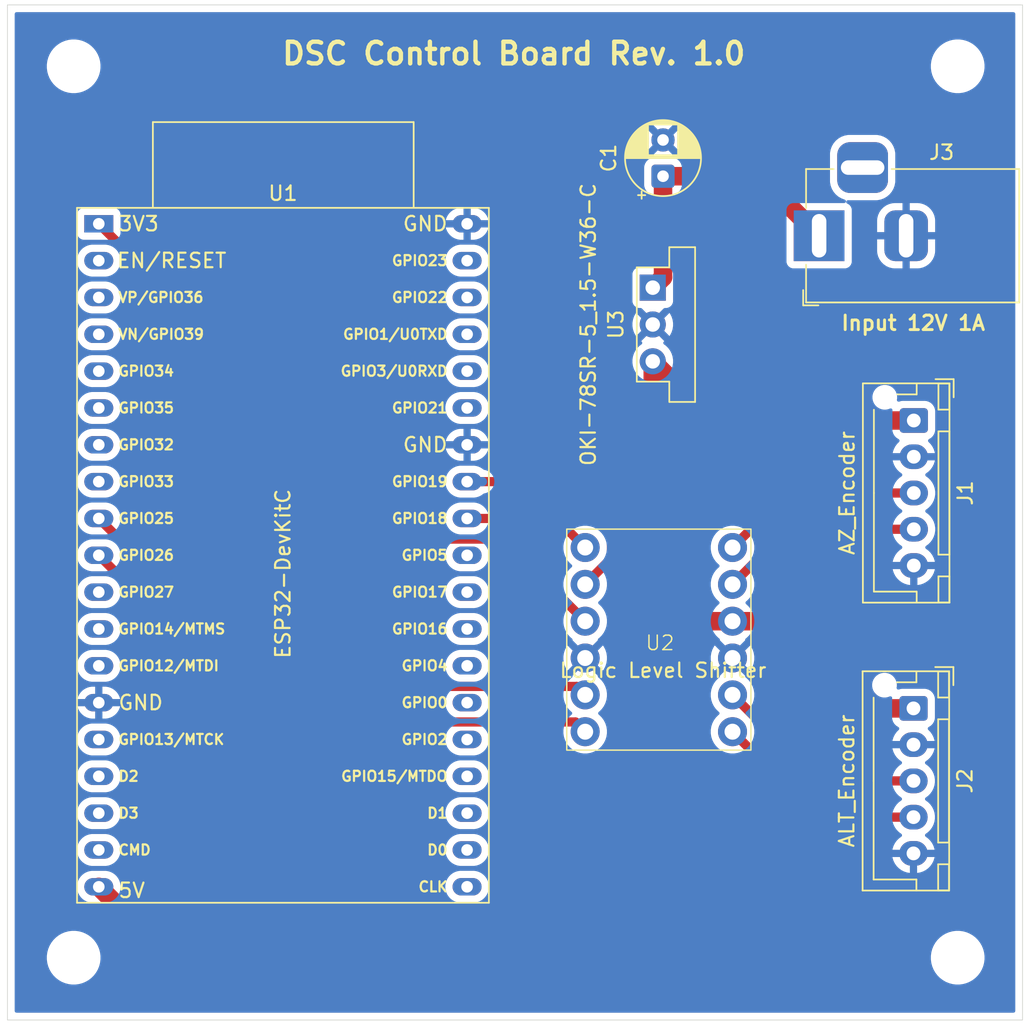
<source format=kicad_pcb>
(kicad_pcb (version 20241229) (generator "pcbnew") (generator_version "9.0")
  (layers (0 "F.Cu" signal) (2 "B.Cu" signal) (13 "F.Paste" user) (15 "B.Paste" user) (5 "F.SilkS" user "F.Silkscreen") (7 "B.SilkS" user "B.Silkscreen") (1 "F.Mask" user) (3 "B.Mask" user) (25 "Edge.Cuts" user))
  (net 0 "")
  (net 1 "Net-(J1-Pin_4)")
  (net 2 "GND")
  (net 3 "Net-(J1-Pin_3)")
  (net 4 "+5V")
  (net 5 "Net-(J2-Pin_3)")
  (net 6 "Net-(J2-Pin_4)")
  (net 7 "+12V")
  (net 17 "Net-(U1-3V3)")
  (net 19 "Net-(U1-GPIO18)")
  (net 29 "Net-(U1-GPIO19)")
  (net 34 "Net-(U1-DAC_1{slash}ADC2_CH8{slash}GPIO25)")
  (net 36 "Net-(U1-DAC_2{slash}ADC2_CH9{slash}GPIO26)")
  (footprint "MountingHole:MountingHole_3.2mm_M3" (layer "F.Cu") (at 160.528 108.204)
    (property "Reference" "REF**" (hide yes))
    (property "Value" "MountingHole_3.2mm_M3" (hide yes))
    (pad "" np_thru_hole circle (at 0 0) (size 3.2 3.2) (drill 3.2) (layers "*.Cu" "*.Mask"))
  )
  (footprint "Level-Shift_4:Level-Shifter 4" (layer "F.Cu") (at 139.92 86.27)
    (property "Reference" "U2" (at 0.08 0.23 0) (layer "F.SilkS") (effects (font (thickness 0.1))))
    (property "Value" "Logic Level Shifter" (at 0.288 2.122 0) (layer "F.SilkS"))
    (fp_rect (start -6.35 -7.62) (end 6.35 7.62) (stroke (width 0.1)) (fill no) (layer "F.SilkS"))
    (pad "1" thru_hole circle (at 5.08 -6.35 270) (size 2 2) (drill 1.1) (layers "*.Cu" "*.Mask") (net 3 "Net-(J1-Pin_3)"))
    (pad "2" thru_hole circle (at 5.08 -3.81 270) (size 2 2) (drill 1.1) (layers "*.Cu" "*.Mask") (net 1 "Net-(J1-Pin_4)"))
    (pad "3" thru_hole circle (at 5.08 -1.27 270) (size 2 2) (drill 1.1) (layers "*.Cu" "*.Mask") (net 4 "+5V"))
    (pad "4" thru_hole circle (at 5.08 1.27 270) (size 2 2) (drill 1.1) (layers "*.Cu" "*.Mask") (net 2 "GND"))
    (pad "5" thru_hole circle (at 5.08 3.81 270) (size 2 2) (drill 1.1) (layers "*.Cu" "*.Mask") (net 5 "Net-(J2-Pin_3)"))
    (pad "6" thru_hole circle (at 5.08 6.35 270) (size 2 2) (drill 1.1) (layers "*.Cu" "*.Mask") (net 6 "Net-(J2-Pin_4)"))
    (pad "7" thru_hole circle (at -5.08 -6.35 270) (size 2 2) (drill 1.1) (layers "*.Cu" "*.Mask") (net 19 "Net-(U1-GPIO18)"))
    (pad "8" thru_hole circle (at -5.08 -3.81 270) (size 2 2) (drill 1.1) (layers "*.Cu" "*.Mask") (net 29 "Net-(U1-GPIO19)"))
    (pad "9" thru_hole circle (at -5.08 -1.27 270) (size 2 2) (drill 1.1) (layers "*.Cu" "*.Mask") (net 17 "Net-(U1-3V3)"))
    (pad "10" thru_hole circle (at -5.08 1.27 270) (size 2 2) (drill 1.1) (layers "*.Cu" "*.Mask") (net 2 "GND"))
    (pad "11" thru_hole circle (at -5.08 3.81 270) (size 2 2) (drill 1.1) (layers "*.Cu" "*.Mask") (net 34 "Net-(U1-DAC_1{slash}ADC2_CH8{slash}GPIO25)"))
    (pad "12" thru_hole circle (at -5.08 6.35 270) (size 2 2) (drill 1.1) (layers "*.Cu" "*.Mask") (net 36 "Net-(U1-DAC_2{slash}ADC2_CH9{slash}GPIO26)"))
  )
  (footprint "MountingHole:MountingHole_3.2mm_M3" (layer "F.Cu") (at 160.528 46.736)
    (property "Reference" "REF**" (hide yes))
    (property "Value" "MountingHole_3.2mm_M3" (hide yes))
    (pad "" np_thru_hole circle (at 0 0) (size 3.2 3.2) (drill 3.2) (layers "*.Cu" "*.Mask"))
  )
  (footprint "Connector_BarrelJack:BarrelJack_Horizontal" (layer "F.Cu") (at 150.972 58.42 180)
    (property "Reference" "J3" (at -8.45 5.75 0) (layer "F.SilkS"))
    (property "Value" "Barrel_Jack" (hide yes))
    (fp_line (start 1.1 -3.75) (end 1.1 -4.8) (stroke (width 0.12)) (layer "F.SilkS"))
    (fp_line (start 0.9 4.6) (end -1 4.6) (stroke (width 0.12)) (layer "F.SilkS"))
    (fp_line (start 0.9 1.9) (end 0.9 4.6) (stroke (width 0.12)) (layer "F.SilkS"))
    (fp_line (start 0.9 -4.6) (end 0.9 -2) (stroke (width 0.12)) (layer "F.SilkS"))
    (fp_line (start 0.05 -4.8) (end 1.1 -4.8) (stroke (width 0.12)) (layer "F.SilkS"))
    (fp_line (start -5 4.6) (end -13.8 4.6) (stroke (width 0.12)) (layer "F.SilkS"))
    (fp_line (start -13.8 4.6) (end -13.8 -4.6) (stroke (width 0.12)) (layer "F.SilkS"))
    (fp_line (start -13.8 -4.6) (end 0.9 -4.6) (stroke (width 0.12)) (layer "F.SilkS"))
    (pad "1" thru_hole rect (at 0 0 180) (size 3.5 3.5) (drill oval 1 3) (layers "*.Cu" "*.Mask") (net 7 "+12V"))
    (pad "2" thru_hole roundrect (at -6 0 180) (size 3 3.5) (drill oval 1 3) (layers "*.Cu" "*.Mask") (net 2 "GND"))
    (pad "3" thru_hole roundrect (at -3 4.7 180) (size 3.5 3.5) (drill oval 3 1) (layers "*.Cu" "*.Mask"))
  )
  (footprint "MountingHole:MountingHole_3.2mm_M3" (layer "F.Cu") (at 99.568 46.736)
    (property "Reference" "REF**" (hide yes))
    (property "Value" "MountingHole_3.2mm_M3" (hide yes))
    (pad "" np_thru_hole circle (at 0 0) (size 3.2 3.2) (drill 3.2) (layers "*.Cu" "*.Mask"))
  )
  (footprint "Connector_JST:JST_XH_B5B-XH-AM_1x05_P2.50mm_Vertical" (layer "F.Cu") (at 157.5 71.16 -90)
    (property "Reference" "J1" (at 5 -3.55 90) (layer "F.SilkS"))
    (property "Value" "AZ_Encoder" (at 5 4.6 90) (layer "F.SilkS"))
    (fp_line (start -2.56 3.51) (end 12.56 3.51) (stroke (width 0.12)) (layer "F.SilkS"))
    (fp_line (start 12.56 3.51) (end 12.56 -2.46) (stroke (width 0.12)) (layer "F.SilkS"))
    (fp_line (start 5 2.75) (end -0.74 2.75) (stroke (width 0.12)) (layer "F.SilkS"))
    (fp_line (start 11.8 2.75) (end 5 2.75) (stroke (width 0.12)) (layer "F.SilkS"))
    (fp_line (start -2.55 -0.2) (end -1.8 -0.2) (stroke (width 0.12)) (layer "F.SilkS"))
    (fp_line (start -1.8 -0.2) (end -1.8 1.14) (stroke (width 0.12)) (layer "F.SilkS"))
    (fp_line (start 11.8 -0.2) (end 11.8 2.75) (stroke (width 0.12)) (layer "F.SilkS"))
    (fp_line (start 12.55 -0.2) (end 11.8 -0.2) (stroke (width 0.12)) (layer "F.SilkS"))
    (fp_line (start -2.55 -1.7) (end -0.75 -1.7) (stroke (width 0.12)) (layer "F.SilkS"))
    (fp_line (start -0.75 -1.7) (end -0.75 -2.45) (stroke (width 0.12)) (layer "F.SilkS"))
    (fp_line (start 0.75 -1.7) (end 9.25 -1.7) (stroke (width 0.12)) (layer "F.SilkS"))
    (fp_line (start 9.25 -1.7) (end 9.25 -2.45) (stroke (width 0.12)) (layer "F.SilkS"))
    (fp_line (start 10.75 -1.7) (end 12.55 -1.7) (stroke (width 0.12)) (layer "F.SilkS"))
    (fp_line (start 12.55 -1.7) (end 12.55 -2.45) (stroke (width 0.12)) (layer "F.SilkS"))
    (fp_line (start -2.55 -2.45) (end -2.55 -1.7) (stroke (width 0.12)) (layer "F.SilkS"))
    (fp_line (start -0.75 -2.45) (end -2.55 -2.45) (stroke (width 0.12)) (layer "F.SilkS"))
    (fp_line (start 0.75 -2.45) (end 0.75 -1.7) (stroke (width 0.12)) (layer "F.SilkS"))
    (fp_line (start 9.25 -2.45) (end 0.75 -2.45) (stroke (width 0.12)) (layer "F.SilkS"))
    (fp_line (start 10.75 -2.45) (end 10.75 -1.7) (stroke (width 0.12)) (layer "F.SilkS"))
    (fp_line (start 12.55 -2.45) (end 10.75 -2.45) (stroke (width 0.12)) (layer "F.SilkS"))
    (fp_line (start -2.56 -2.46) (end -2.56 3.51) (stroke (width 0.12)) (layer "F.SilkS"))
    (fp_line (start 12.56 -2.46) (end -2.56 -2.46) (stroke (width 0.12)) (layer "F.SilkS"))
    (fp_line (start -2.85 -2.75) (end -2.85 -1.5) (stroke (width 0.12)) (layer "F.SilkS"))
    (fp_line (start -1.6 -2.75) (end -2.85 -2.75) (stroke (width 0.12)) (layer "F.SilkS"))
    (pad "" np_thru_hole circle (at -1.6 2 270) (size 1.2 1.2) (drill 1.2) (layers "*.Cu" "*.Mask"))
    (pad "1" thru_hole roundrect (at 0 0 270) (size 1.7 1.95) (drill 0.95) (layers "*.Cu" "*.Mask") (roundrect_rratio 0.147059) (net 4 "+5V"))
    (pad "2" thru_hole oval (at 2.5 0 270) (size 1.7 1.95) (drill 0.95) (layers "*.Cu" "*.Mask") (net 2 "GND"))
    (pad "3" thru_hole oval (at 5 0 270) (size 1.7 1.95) (drill 0.95) (layers "*.Cu" "*.Mask") (net 3 "Net-(J1-Pin_3)"))
    (pad "4" thru_hole oval (at 7.5 0 270) (size 1.7 1.95) (drill 0.95) (layers "*.Cu" "*.Mask") (net 1 "Net-(J1-Pin_4)"))
    (pad "5" thru_hole oval (at 10 0 270) (size 1.7 1.95) (drill 0.95) (layers "*.Cu" "*.Mask") (net 2 "GND"))
  )
  (footprint "Connector_JST:JST_XH_B5B-XH-AM_1x05_P2.50mm_Vertical" (layer "F.Cu") (at 157.48 91.012 -90)
    (property "Reference" "J2" (at 5 -3.55 90) (layer "F.SilkS"))
    (property "Value" "ALT_Encoder" (at 5 4.6 90) (layer "F.SilkS"))
    (fp_line (start -2.56 3.51) (end 12.56 3.51) (stroke (width 0.12)) (layer "F.SilkS"))
    (fp_line (start 12.56 3.51) (end 12.56 -2.46) (stroke (width 0.12)) (layer "F.SilkS"))
    (fp_line (start 5 2.75) (end -0.74 2.75) (stroke (width 0.12)) (layer "F.SilkS"))
    (fp_line (start 11.8 2.75) (end 5 2.75) (stroke (width 0.12)) (layer "F.SilkS"))
    (fp_line (start -2.55 -0.2) (end -1.8 -0.2) (stroke (width 0.12)) (layer "F.SilkS"))
    (fp_line (start -1.8 -0.2) (end -1.8 1.14) (stroke (width 0.12)) (layer "F.SilkS"))
    (fp_line (start 11.8 -0.2) (end 11.8 2.75) (stroke (width 0.12)) (layer "F.SilkS"))
    (fp_line (start 12.55 -0.2) (end 11.8 -0.2) (stroke (width 0.12)) (layer "F.SilkS"))
    (fp_line (start -2.55 -1.7) (end -0.75 -1.7) (stroke (width 0.12)) (layer "F.SilkS"))
    (fp_line (start -0.75 -1.7) (end -0.75 -2.45) (stroke (width 0.12)) (layer "F.SilkS"))
    (fp_line (start 0.75 -1.7) (end 9.25 -1.7) (stroke (width 0.12)) (layer "F.SilkS"))
    (fp_line (start 9.25 -1.7) (end 9.25 -2.45) (stroke (width 0.12)) (layer "F.SilkS"))
    (fp_line (start 10.75 -1.7) (end 12.55 -1.7) (stroke (width 0.12)) (layer "F.SilkS"))
    (fp_line (start 12.55 -1.7) (end 12.55 -2.45) (stroke (width 0.12)) (layer "F.SilkS"))
    (fp_line (start -2.55 -2.45) (end -2.55 -1.7) (stroke (width 0.12)) (layer "F.SilkS"))
    (fp_line (start -0.75 -2.45) (end -2.55 -2.45) (stroke (width 0.12)) (layer "F.SilkS"))
    (fp_line (start 0.75 -2.45) (end 0.75 -1.7) (stroke (width 0.12)) (layer "F.SilkS"))
    (fp_line (start 9.25 -2.45) (end 0.75 -2.45) (stroke (width 0.12)) (layer "F.SilkS"))
    (fp_line (start 10.75 -2.45) (end 10.75 -1.7) (stroke (width 0.12)) (layer "F.SilkS"))
    (fp_line (start 12.55 -2.45) (end 10.75 -2.45) (stroke (width 0.12)) (layer "F.SilkS"))
    (fp_line (start -2.56 -2.46) (end -2.56 3.51) (stroke (width 0.12)) (layer "F.SilkS"))
    (fp_line (start 12.56 -2.46) (end -2.56 -2.46) (stroke (width 0.12)) (layer "F.SilkS"))
    (fp_line (start -2.85 -2.75) (end -2.85 -1.5) (stroke (width 0.12)) (layer "F.SilkS"))
    (fp_line (start -1.6 -2.75) (end -2.85 -2.75) (stroke (width 0.12)) (layer "F.SilkS"))
    (pad "" np_thru_hole circle (at -1.6 2 270) (size 1.2 1.2) (drill 1.2) (layers "*.Cu" "*.Mask"))
    (pad "1" thru_hole roundrect (at 0 0 270) (size 1.7 1.95) (drill 0.95) (layers "*.Cu" "*.Mask") (roundrect_rratio 0.147059) (net 4 "+5V"))
    (pad "2" thru_hole oval (at 2.5 0 270) (size 1.7 1.95) (drill 0.95) (layers "*.Cu" "*.Mask") (net 2 "GND"))
    (pad "3" thru_hole oval (at 5 0 270) (size 1.7 1.95) (drill 0.95) (layers "*.Cu" "*.Mask") (net 5 "Net-(J2-Pin_3)"))
    (pad "4" thru_hole oval (at 7.5 0 270) (size 1.7 1.95) (drill 0.95) (layers "*.Cu" "*.Mask") (net 6 "Net-(J2-Pin_4)"))
    (pad "5" thru_hole oval (at 10 0 270) (size 1.7 1.95) (drill 0.95) (layers "*.Cu" "*.Mask") (net 2 "GND"))
  )
  (footprint "MountingHole:MountingHole_3.2mm_M3" (layer "F.Cu") (at 99.568 108.204)
    (property "Reference" "REF**" (hide yes))
    (property "Value" "MountingHole_3.2mm_M3" (hide yes))
    (pad "" np_thru_hole circle (at 0 0) (size 3.2 3.2) (drill 3.2) (layers "*.Cu" "*.Mask"))
  )
  (footprint "Converter_DCDC:Converter_DCDC_Murata_OKI-78SR_Vertical" (layer "F.Cu") (at 139.5 62 -90)
    (property "Reference" "U3" (at 2.54 2.54 90) (layer "F.SilkS"))
    (property "Value" "OKI-78SR-5_1.5-W36-C" (at 2.54 4.445 90) (layer "F.SilkS"))
    (fp_line (start -1.4 1.1) (end -1.4 -1.14) (stroke (width 0.12)) (layer "F.SilkS"))
    (fp_line (start 6.48 1.1) (end -1.4 1.1) (stroke (width 0.12)) (layer "F.SilkS"))
    (fp_line (start -1.4 -1.14) (end -2.79 -1.14) (stroke (width 0.12)) (layer "F.SilkS"))
    (fp_line (start 6.48 -1.14) (end 6.48 1.1) (stroke (width 0.12)) (layer "F.SilkS"))
    (fp_line (start 7.88 -1.14) (end 6.48 -1.14) (stroke (width 0.12)) (layer "F.SilkS"))
    (fp_line (start 7.88 -1.15) (end 7.88 -2.92) (stroke (width 0.12)) (layer "F.SilkS"))
    (fp_line (start -2.79 -2.92) (end -2.79 -1.14) (stroke (width 0.12)) (layer "F.SilkS"))
    (fp_line (start 7.88 -2.92) (end -2.79 -2.92) (stroke (width 0.12)) (layer "F.SilkS"))
    (pad "1" thru_hole rect (at 0 0 270) (size 1.8 1.8) (drill 1) (layers "*.Cu" "*.Mask") (net 7 "+12V"))
    (pad "2" thru_hole circle (at 2.54 0 270) (size 1.8 1.8) (drill 1) (layers "*.Cu" "*.Mask") (net 2 "GND"))
    (pad "3" thru_hole circle (at 5.08 0 270) (size 1.8 1.8) (drill 1) (layers "*.Cu" "*.Mask") (net 4 "+5V"))
  )
  (footprint "Capacitor_THT:CP_Radial_D5.0mm_P2.50mm" (layer "F.Cu") (at 140.208 54.316 90)
    (property "Reference" "C1" (at 1.25 -3.75 90) (layer "F.SilkS"))
    (property "Value" "C_Polarized" (hide yes))
    (fp_line (start 1.29 -2.58) (end 1.29 2.58) (stroke (width 0.12)) (layer "F.SilkS"))
    (fp_line (start 1.25 -2.58) (end 1.25 2.58) (stroke (width 0.12)) (layer "F.SilkS"))
    (fp_line (start 1.33 -2.579) (end 1.33 2.579) (stroke (width 0.12)) (layer "F.SilkS"))
    (fp_line (start 1.37 -2.577) (end 1.37 2.577) (stroke (width 0.12)) (layer "F.SilkS"))
    (fp_line (start 1.41 -2.575) (end 1.41 2.575) (stroke (width 0.12)) (layer "F.SilkS"))
    (fp_line (start 1.45 -2.572) (end 1.45 2.572) (stroke (width 0.12)) (layer "F.SilkS"))
    (fp_line (start 1.49 -2.569) (end 1.49 -1.04) (stroke (width 0.12)) (layer "F.SilkS"))
    (fp_line (start 1.53 -2.565) (end 1.53 -1.04) (stroke (width 0.12)) (layer "F.SilkS"))
    (fp_line (start 1.57 -2.56) (end 1.57 -1.04) (stroke (width 0.12)) (layer "F.SilkS"))
    (fp_line (start 1.61 -2.555) (end 1.61 -1.04) (stroke (width 0.12)) (layer "F.SilkS"))
    (fp_line (start 1.65 -2.549) (end 1.65 -1.04) (stroke (width 0.12)) (layer "F.SilkS"))
    (fp_line (start 1.69 -2.543) (end 1.69 -1.04) (stroke (width 0.12)) (layer "F.SilkS"))
    (fp_line (start 1.73 -2.536) (end 1.73 -1.04) (stroke (width 0.12)) (layer "F.SilkS"))
    (fp_line (start 1.77 -2.528) (end 1.77 -1.04) (stroke (width 0.12)) (layer "F.SilkS"))
    (fp_line (start 1.81 -2.519) (end 1.81 -1.04) (stroke (width 0.12)) (layer "F.SilkS"))
    (fp_line (start 1.85 -2.51) (end 1.85 -1.04) (stroke (width 0.12)) (layer "F.SilkS"))
    (fp_line (start 1.89 -2.501) (end 1.89 -1.04) (stroke (width 0.12)) (layer "F.SilkS"))
    (fp_line (start 1.93 -2.49) (end 1.93 -1.04) (stroke (width 0.12)) (layer "F.SilkS"))
    (fp_line (start 1.97 -2.479) (end 1.97 -1.04) (stroke (width 0.12)) (layer "F.SilkS"))
    (fp_line (start 2.01 -2.467) (end 2.01 -1.04) (stroke (width 0.12)) (layer "F.SilkS"))
    (fp_line (start 2.05 -2.455) (end 2.05 -1.04) (stroke (width 0.12)) (layer "F.SilkS"))
    (fp_line (start 2.09 -2.442) (end 2.09 -1.04) (stroke (width 0.12)) (layer "F.SilkS"))
    (fp_line (start 2.13 -2.428) (end 2.13 -1.04) (stroke (width 0.12)) (layer "F.SilkS"))
    (fp_line (start 2.17 -2.413) (end 2.17 -1.04) (stroke (width 0.12)) (layer "F.SilkS"))
    (fp_line (start 2.21 -2.398) (end 2.21 -1.04) (stroke (width 0.12)) (layer "F.SilkS"))
    (fp_line (start 2.25 -2.382) (end 2.25 -1.04) (stroke (width 0.12)) (layer "F.SilkS"))
    (fp_line (start 2.29 -2.365) (end 2.29 -1.04) (stroke (width 0.12)) (layer "F.SilkS"))
    (fp_line (start 2.33 -2.347) (end 2.33 -1.04) (stroke (width 0.12)) (layer "F.SilkS"))
    (fp_line (start 2.37 -2.329) (end 2.37 -1.04) (stroke (width 0.12)) (layer "F.SilkS"))
    (fp_line (start 2.41 -2.309) (end 2.41 -1.04) (stroke (width 0.12)) (layer "F.SilkS"))
    (fp_line (start 2.45 -2.289) (end 2.45 -1.04) (stroke (width 0.12)) (layer "F.SilkS"))
    (fp_line (start 2.49 -2.268) (end 2.49 -1.04) (stroke (width 0.12)) (layer "F.SilkS"))
    (fp_line (start 2.53 -2.246) (end 2.53 -1.04) (stroke (width 0.12)) (layer "F.SilkS"))
    (fp_line (start 2.57 -2.223) (end 2.57 -1.04) (stroke (width 0.12)) (layer "F.SilkS"))
    (fp_line (start 2.61 -2.199) (end 2.61 -1.04) (stroke (width 0.12)) (layer "F.SilkS"))
    (fp_line (start 2.65 -2.175) (end 2.65 -1.04) (stroke (width 0.12)) (layer "F.SilkS"))
    (fp_line (start 2.69 -2.149) (end 2.69 -1.04) (stroke (width 0.12)) (layer "F.SilkS"))
    (fp_line (start 2.73 -2.122) (end 2.73 -1.04) (stroke (width 0.12)) (layer "F.SilkS"))
    (fp_line (start 2.77 -2.094) (end 2.77 -1.04) (stroke (width 0.12)) (layer "F.SilkS"))
    (fp_line (start 2.81 -2.065) (end 2.81 -1.04) (stroke (width 0.12)) (layer "F.SilkS"))
    (fp_line (start 2.85 -2.035) (end 2.85 -1.04) (stroke (width 0.12)) (layer "F.SilkS"))
    (fp_line (start 2.89 -2.003) (end 2.89 -1.04) (stroke (width 0.12)) (layer "F.SilkS"))
    (fp_line (start 2.93 -1.97) (end 2.93 -1.04) (stroke (width 0.12)) (layer "F.SilkS"))
    (fp_line (start 2.97 -1.936) (end 2.97 -1.04) (stroke (width 0.12)) (layer "F.SilkS"))
    (fp_line (start 3.01 -1.901) (end 3.01 -1.04) (stroke (width 0.12)) (layer "F.SilkS"))
    (fp_line (start 3.05 -1.864) (end 3.05 -1.04) (stroke (width 0.12)) (layer "F.SilkS"))
    (fp_line (start 3.09 -1.825) (end 3.09 -1.04) (stroke (width 0.12)) (layer "F.SilkS"))
    (fp_line (start 3.13 -1.785) (end 3.13 -1.04) (stroke (width 0.12)) (layer "F.SilkS"))
    (fp_line (start 3.17 -1.743) (end 3.17 -1.04) (stroke (width 0.12)) (layer "F.SilkS"))
    (fp_line (start -1.304775 -1.725) (end -1.304775 -1.225) (stroke (width 0.12)) (layer "F.SilkS"))
    (fp_line (start 3.21 -1.699) (end 3.21 -1.04) (stroke (width 0.12)) (layer "F.SilkS"))
    (fp_line (start 3.25 -1.652) (end 3.25 -1.04) (stroke (width 0.12)) (layer "F.SilkS"))
    (fp_line (start 3.29 -1.604) (end 3.29 -1.04) (stroke (width 0.12)) (layer "F.SilkS"))
    (fp_line (start 3.33 -1.553) (end 3.33 -1.04) (stroke (width 0.12)) (layer "F.SilkS"))
    (fp_line (start 3.37 -1.499) (end 3.37 -1.04) (stroke (width 0.12)) (layer "F.SilkS"))
    (fp_line (start -1.554775 -1.475) (end -1.054775 -1.475) (stroke (width 0.12)) (layer "F.SilkS"))
    (fp_line (start 3.41 -1.443) (end 3.41 -1.04) (stroke (width 0.12)) (layer "F.SilkS"))
    (fp_line (start 3.45 -1.383) (end 3.45 -1.04) (stroke (width 0.12)) (layer "F.SilkS"))
    (fp_line (start 3.49 -1.319) (end 3.49 -1.04) (stroke (width 0.12)) (layer "F.SilkS"))
    (fp_line (start 3.53 -1.251) (end 3.53 -1.04) (stroke (width 0.12)) (layer "F.SilkS"))
    (fp_line (start 3.57 -1.177) (end 3.57 1.177) (stroke (width 0.12)) (layer "F.SilkS"))
    (fp_line (start 3.61 -1.098) (end 3.61 1.098) (stroke (width 0.12)) (layer "F.SilkS"))
    (fp_line (start 3.65 -1.011) (end 3.65 1.011) (stroke (width 0.12)) (layer "F.SilkS"))
    (fp_line (start 3.69 -0.914) (end 3.69 0.914) (stroke (width 0.12)) (layer "F.SilkS"))
    (fp_line (start 3.73 -0.805) (end 3.73 0.805) (stroke (width 0.12)) (layer "F.SilkS"))
    (fp_line (start 3.77 -0.677) (end 3.77 0.677) (stroke (width 0.12)) (layer "F.SilkS"))
    (fp_line (start 3.81 -0.517) (end 3.81 0.517) (stroke (width 0.12)) (layer "F.SilkS"))
    (fp_line (start 3.85 -0.283) (end 3.85 0.283) (stroke (width 0.12)) (layer "F.SilkS"))
    (fp_line (start 3.53 1.04) (end 3.53 1.251) (stroke (width 0.12)) (layer "F.SilkS"))
    (fp_line (start 3.49 1.04) (end 3.49 1.319) (stroke (width 0.12)) (layer "F.SilkS"))
    (fp_line (start 3.45 1.04) (end 3.45 1.383) (stroke (width 0.12)) (layer "F.SilkS"))
    (fp_line (start 3.41 1.04) (end 3.41 1.443) (stroke (width 0.12)) (layer "F.SilkS"))
    (fp_line (start 3.37 1.04) (end 3.37 1.499) (stroke (width 0.12)) (layer "F.SilkS"))
    (fp_line (start 3.33 1.04) (end 3.33 1.553) (stroke (width 0.12)) (layer "F.SilkS"))
    (fp_line (start 3.29 1.04) (end 3.29 1.604) (stroke (width 0.12)) (layer "F.SilkS"))
    (fp_line (start 3.25 1.04) (end 3.25 1.652) (stroke (width 0.12)) (layer "F.SilkS"))
    (fp_line (start 3.21 1.04) (end 3.21 1.699) (stroke (width 0.12)) (layer "F.SilkS"))
    (fp_line (start 3.17 1.04) (end 3.17 1.743) (stroke (width 0.12)) (layer "F.SilkS"))
    (fp_line (start 3.13 1.04) (end 3.13 1.785) (stroke (width 0.12)) (layer "F.SilkS"))
    (fp_line (start 3.09 1.04) (end 3.09 1.825) (stroke (width 0.12)) (layer "F.SilkS"))
    (fp_line (start 3.05 1.04) (end 3.05 1.864) (stroke (width 0.12)) (layer "F.SilkS"))
    (fp_line (start 3.01 1.04) (end 3.01 1.901) (stroke (width 0.12)) (layer "F.SilkS"))
    (fp_line (start 2.97 1.04) (end 2.97 1.936) (stroke (width 0.12)) (layer "F.SilkS"))
    (fp_line (start 2.93 1.04) (end 2.93 1.97) (stroke (width 0.12)) (layer "F.SilkS"))
    (fp_line (start 2.89 1.04) (end 2.89 2.003) (stroke (width 0.12)) (layer "F.SilkS"))
    (fp_line (start 2.85 1.04) (end 2.85 2.035) (stroke (width 0.12)) (layer "F.SilkS"))
    (fp_line (start 2.81 1.04) (end 2.81 2.065) (stroke (width 0.12)) (layer "F.SilkS"))
    (fp_line (start 2.77 1.04) (end 2.77 2.094) (stroke (width 0.12)) (layer "F.SilkS"))
    (fp_line (start 2.73 1.04) (end 2.73 2.122) (stroke (width 0.12)) (layer "F.SilkS"))
    (fp_line (start 2.69 1.04) (end 2.69 2.149) (stroke (width 0.12)) (layer "F.SilkS"))
    (fp_line (start 2.65 1.04) (end 2.65 2.175) (stroke (width 0.12)) (layer "F.SilkS"))
    (fp_line (start 2.61 1.04) (end 2.61 2.199) (stroke (width 0.12)) (layer "F.SilkS"))
    (fp_line (start 2.57 1.04) (end 2.57 2.223) (stroke (width 0.12)) (layer "F.SilkS"))
    (fp_line (start 2.53 1.04) (end 2.53 2.246) (stroke (width 0.12)) (layer "F.SilkS"))
    (fp_line (start 2.49 1.04) (end 2.49 2.268) (stroke (width 0.12)) (layer "F.SilkS"))
    (fp_line (start 2.45 1.04) (end 2.45 2.289) (stroke (width 0.12)) (layer "F.SilkS"))
    (fp_line (start 2.41 1.04) (end 2.41 2.309) (stroke (width 0.12)) (layer "F.SilkS"))
    (fp_line (start 2.37 1.04) (end 2.37 2.329) (stroke (width 0.12)) (layer "F.SilkS"))
    (fp_line (start 2.33 1.04) (end 2.33 2.347) (stroke (width 0.12)) (layer "F.SilkS"))
    (fp_line (start 2.29 1.04) (end 2.29 2.365) (stroke (width 0.12)) (layer "F.SilkS"))
    (fp_line (start 2.25 1.04) (end 2.25 2.382) (stroke (width 0.12)) (layer "F.SilkS"))
    (fp_line (start 2.21 1.04) (end 2.21 2.398) (stroke (width 0.12)) (layer "F.SilkS"))
    (fp_line (start 2.17 1.04) (end 2.17 2.413) (stroke (width 0.12)) (layer "F.SilkS"))
    (fp_line (start 2.13 1.04) (end 2.13 2.428) (stroke (width 0.12)) (layer "F.SilkS"))
    (fp_line (start 2.09 1.04) (end 2.09 2.442) (stroke (width 0.12)) (layer "F.SilkS"))
    (fp_line (start 2.05 1.04) (end 2.05 2.455) (stroke (width 0.12)) (layer "F.SilkS"))
    (fp_line (start 2.01 1.04) (end 2.01 2.467) (stroke (width 0.12)) (layer "F.SilkS"))
    (fp_line (start 1.97 1.04) (end 1.97 2.479) (stroke (width 0.12)) (layer "F.SilkS"))
    (fp_line (start 1.93 1.04) (end 1.93 2.49) (stroke (width 0.12)) (layer "F.SilkS"))
    (fp_line (start 1.89 1.04) (end 1.89 2.501) (stroke (width 0.12)) (layer "F.SilkS"))
    (fp_line (start 1.85 1.04) (end 1.85 2.51) (stroke (width 0.12)) (layer "F.SilkS"))
    (fp_line (start 1.81 1.04) (end 1.81 2.519) (stroke (width 0.12)) (layer "F.SilkS"))
    (fp_line (start 1.77 1.04) (end 1.77 2.528) (stroke (width 0.12)) (layer "F.SilkS"))
    (fp_line (start 1.73 1.04) (end 1.73 2.536) (stroke (width 0.12)) (layer "F.SilkS"))
    (fp_line (start 1.69 1.04) (end 1.69 2.543) (stroke (width 0.12)) (layer "F.SilkS"))
    (fp_line (start 1.65 1.04) (end 1.65 2.549) (stroke (width 0.12)) (layer "F.SilkS"))
    (fp_line (start 1.61 1.04) (end 1.61 2.555) (stroke (width 0.12)) (layer "F.SilkS"))
    (fp_line (start 1.57 1.04) (end 1.57 2.56) (stroke (width 0.12)) (layer "F.SilkS"))
    (fp_line (start 1.53 1.04) (end 1.53 2.565) (stroke (width 0.12)) (layer "F.SilkS"))
    (fp_line (start 1.49 1.04) (end 1.49 2.569) (stroke (width 0.12)) (layer "F.SilkS"))
    (fp_circle (center 1.25 0) (end 3.87 0) (stroke (width 0.12)) (fill no) (layer "F.SilkS"))
    (pad "1" thru_hole roundrect (at 0 0 90) (size 1.6 1.6) (drill 0.8) (layers "*.Cu" "*.Mask") (roundrect_rratio 0.15625) (net 7 "+12V"))
    (pad "2" thru_hole circle (at 2.5 0 90) (size 1.6 1.6) (drill 0.8) (layers "*.Cu" "*.Mask") (net 2 "GND"))
  )
  (footprint "PCM_Espressif:ESP32-DevKitC" (layer "F.Cu") (at 101.3 57.59656)
    (property "Reference" "U1" (at 12.7 -2.1 0) (layer "F.SilkS"))
    (property "Value" "ESP32-DevKitC" (at 12.7 24.13 90) (layer "F.SilkS"))
    (fp_line (start -1.5 46.82) (end 26.899999 46.82) (stroke (width 0.12)) (layer "F.SilkS"))
    (fp_line (start -1.499999 -1.1) (end -1.5 46.82) (stroke (width 0.12)) (layer "F.SilkS"))
    (fp_line (start 3.73012 -7.01312) (end 21.71332 -7.01312) (stroke (width 0.12)) (layer "F.SilkS"))
    (fp_line (start 3.73012 -1.12032) (end 3.73012 -7.01312) (stroke (width 0.12)) (layer "F.SilkS"))
    (fp_line (start 21.71332 -7.01312) (end 21.71332 -1.12032) (stroke (width 0.12)) (layer "F.SilkS"))
    (fp_line (start 26.899999 46.82) (end 26.9 -1.1) (stroke (width 0.12)) (layer "F.SilkS"))
    (fp_line (start 26.9 -1.1) (end -1.499999 -1.1) (stroke (width 0.12)) (layer "F.SilkS"))
    (fp_text user "D0" (at 24.13 43.18 0) (layer "F.SilkS") (effects (font (size 0.7 0.7)) (justify right)))
    (fp_text user "GPIO15/MTDO" (at 24.13 38.1 0) (layer "F.SilkS") (effects (font (size 0.7 0.7)) (justify right)))
    (fp_text user "VN/GPIO39" (at 1.27 7.62 0) (layer "F.SilkS") (effects (font (size 0.7 0.7)) (justify left)))
    (fp_text user "VP/GPIO36" (at 1.27 5.08 0) (layer "F.SilkS") (effects (font (size 0.7 0.7)) (justify left)))
    (fp_text user "GPIO5" (at 24.13 22.86 0) (layer "F.SilkS") (effects (font (size 0.7 0.7)) (justify right)))
    (fp_text user "GND" (at 24.13 0 0) (layer "F.SilkS") (effects (justify right)))
    (fp_text user "GPIO3/U0RXD" (at 24.13 10.16 0) (layer "F.SilkS") (effects (font (size 0.7 0.7)) (justify right)))
    (fp_text user "D3" (at 1.27 40.64 0) (layer "F.SilkS") (effects (font (size 0.7 0.7)) (justify left)))
    (fp_text user "GND" (at 1.27 33.02 0) (layer "F.SilkS") (effects (justify left)))
    (fp_text user "D2" (at 1.27 38.1 0) (layer "F.SilkS") (effects (font (size 0.7 0.7)) (justify left)))
    (fp_text user "5V" (at 1.26632 45.97128 0) (layer "F.SilkS") (effects (justify left)))
    (fp_text user "3V3" (at 1.27 0 0) (layer "F.SilkS") (effects (justify left)))
    (fp_text user "GPIO4" (at 24.13 30.48 0) (layer "F.SilkS") (effects (font (size 0.7 0.7)) (justify right)))
    (fp_text user "GPIO22" (at 24.13 5.08 0) (layer "F.SilkS") (effects (font (size 0.7 0.7)) (justify right)))
    (fp_text user "D1" (at 24.13 40.64 0) (layer "F.SilkS") (effects (font (size 0.7 0.7)) (justify right)))
    (fp_text user "CLK" (at 24.13 45.72 0) (layer "F.SilkS") (effects (font (size 0.7 0.7)) (justify right)))
    (fp_text user "GPIO0" (at 24.13 33.02 0) (layer "F.SilkS") (effects (font (size 0.7 0.7)) (justify right)))
    (fp_text user "GPIO14/MTMS" (at 1.27 27.94 0) (layer "F.SilkS") (effects (font (size 0.7 0.7)) (justify left)))
    (fp_text user "GPIO26" (at 1.27 22.86 0) (layer "F.SilkS") (effects (font (size 0.7 0.7)) (justify left)))
    (fp_text user "GPIO2" (at 24.13 35.56 0) (layer "F.SilkS") (effects (font (size 0.7 0.7)) (justify right)))
    (fp_text user "GPIO16" (at 24.13 27.94 0) (layer "F.SilkS") (effects (font (size 0.7 0.7)) (justify right)))
    (fp_text user "GPIO25" (at 1.27 20.32 0) (layer "F.SilkS") (effects (font (size 0.7 0.7)) (justify left)))
    (fp_text user "GPIO23" (at 24.13 2.54 0) (layer "F.SilkS") (effects (font (size 0.7 0.7)) (justify right)))
    (fp_text user "GPIO12/MTDI" (at 1.27 30.48 0) (layer "F.SilkS") (effects (font (size 0.7 0.7)) (justify left)))
    (fp_text user "GPIO21" (at 24.13 12.7 0) (layer "F.SilkS") (effects (font (size 0.7 0.7)) (justify right)))
    (fp_text user "GPIO32" (at 1.27 15.24 0) (layer "F.SilkS") (effects (font (size 0.7 0.7)) (justify left)))
    (fp_text user "GPIO35" (at 1.27 12.7 0) (layer "F.SilkS") (effects (font (size 0.7 0.7)) (justify left)))
    (fp_text user "EN/RESET" (at 8.88632 2.53728 0) (layer "F.SilkS") (effects (justify right)))
    (fp_text user "GPIO19" (at 24.13 17.78 0) (layer "F.SilkS") (effects (font (size 0.7 0.7)) (justify right)))
    (fp_text user "GPIO18" (at 24.13 20.32 0) (layer "F.SilkS") (effects (font (size 0.7 0.7)) (justify right)))
    (fp_text user "GPIO33" (at 1.27 17.78 0) (layer "F.SilkS") (effects (font (size 0.7 0.7)) (justify left)))
    (fp_text user "GPIO17" (at 24.13 25.4 0) (layer "F.SilkS") (effects (font (size 0.7 0.7)) (justify right)))
    (fp_text user "GPIO1/U0TXD" (at 24.13 7.62 0) (layer "F.SilkS") (effects (font (size 0.7 0.7)) (justify right)))
    (fp_text user "GPIO34" (at 1.27 10.16 0) (layer "F.SilkS") (effects (font (size 0.7 0.7)) (justify left)))
    (fp_text user "GPIO27" (at 1.27 25.4 0) (layer "F.SilkS") (effects (font (size 0.7 0.7)) (justify left)))
    (fp_text user "CMD" (at 1.27 43.18 0) (layer "F.SilkS") (effects (font (size 0.7 0.7)) (justify left)))
    (fp_text user "GND" (at 24.13 15.24 0) (layer "F.SilkS") (effects (justify right)))
    (fp_text user "GPIO13/MTCK" (at 1.27 35.56 0) (layer "F.SilkS") (effects (font (size 0.7 0.7)) (justify left)))
    (pad "1" thru_hole rect (at 0 0 270) (size 1.2 2) (drill 0.8) (layers "*.Cu" "*.Mask") (net 17 "Net-(U1-3V3)"))
    (pad "2" thru_hole oval (at 0 2.54 270) (size 1.2 2) (drill 0.8) (layers "*.Cu" "*.Mask"))
    (pad "3" thru_hole oval (at 0 5.08 270) (size 1.2 2) (drill 0.8) (layers "*.Cu" "*.Mask"))
    (pad "4" thru_hole oval (at 0 7.62 270) (size 1.2 2) (drill 0.8) (layers "*.Cu" "*.Mask"))
    (pad "5" thru_hole oval (at 0 10.16 270) (size 1.2 2) (drill 0.8) (layers "*.Cu" "*.Mask"))
    (pad "6" thru_hole oval (at 0 12.7 270) (size 1.2 2) (drill 0.8) (layers "*.Cu" "*.Mask"))
    (pad "7" thru_hole oval (at 0 15.24 270) (size 1.2 2) (drill 0.8) (layers "*.Cu" "*.Mask"))
    (pad "8" thru_hole oval (at 0 17.78 270) (size 1.2 2) (drill 0.8) (layers "*.Cu" "*.Mask"))
    (pad "9" thru_hole oval (at 0 20.32 270) (size 1.2 2) (drill 0.8) (layers "*.Cu" "*.Mask") (net 34 "Net-(U1-DAC_1{slash}ADC2_CH8{slash}GPIO25)"))
    (pad "10" thru_hole oval (at 0 22.86 270) (size 1.2 2) (drill 0.8) (layers "*.Cu" "*.Mask") (net 36 "Net-(U1-DAC_2{slash}ADC2_CH9{slash}GPIO26)"))
    (pad "11" thru_hole oval (at 0 25.4 270) (size 1.2 2) (drill 0.8) (layers "*.Cu" "*.Mask"))
    (pad "12" thru_hole oval (at 0 27.94 270) (size 1.2 2) (drill 0.8) (layers "*.Cu" "*.Mask"))
    (pad "13" thru_hole oval (at 0 30.48 270) (size 1.2 2) (drill 0.8) (layers "*.Cu" "*.Mask"))
    (pad "14" thru_hole oval (at 0 33.02 270) (size 1.2 2) (drill 0.8) (layers "*.Cu" "*.Mask") (net 2 "GND"))
    (pad "15" thru_hole oval (at 0 35.56 270) (size 1.2 2) (drill 0.8) (layers "*.Cu" "*.Mask"))
    (pad "16" thru_hole oval (at 0 38.1 270) (size 1.2 2) (drill 0.8) (layers "*.Cu" "*.Mask"))
    (pad "17" thru_hole oval (at 0 40.64 270) (size 1.2 2) (drill 0.8) (layers "*.Cu" "*.Mask"))
    (pad "18" thru_hole oval (at 0 43.18 270) (size 1.2 2) (drill 0.8) (layers "*.Cu" "*.Mask"))
    (pad "19" thru_hole oval (at 0 45.72 270) (size 1.2 2) (drill 0.8) (layers "*.Cu" "*.Mask") (net 4 "+5V"))
    (pad "20" thru_hole oval (at 25.39632 45.71728 270) (size 1.2 2) (drill 0.8) (layers "*.Cu" "*.Mask"))
    (pad "21" thru_hole oval (at 25.39632 43.17728 270) (size 1.2 2) (drill 0.8) (layers "*.Cu" "*.Mask"))
    (pad "22" thru_hole oval (at 25.4 40.64 270) (size 1.2 2) (drill 0.8) (layers "*.Cu" "*.Mask"))
    (pad "23" thru_hole oval (at 25.4 38.1 270) (size 1.2 2) (drill 0.8) (layers "*.Cu" "*.Mask"))
    (pad "24" thru_hole oval (at 25.4 35.56 270) (size 1.2 2) (drill 0.8) (layers "*.Cu" "*.Mask"))
    (pad "25" thru_hole oval (at 25.4 33.02 270) (size 1.2 2) (drill 0.8) (layers "*.Cu" "*.Mask"))
    (pad "26" thru_hole oval (at 25.4 30.48 270) (size 1.2 2) (drill 0.8) (layers "*.Cu" "*.Mask"))
    (pad "27" thru_hole oval (at 25.4 27.94 270) (size 1.2 2) (drill 0.8) (layers "*.Cu" "*.Mask"))
    (pad "28" thru_hole oval (at 25.4 25.4 270) (size 1.2 2) (drill 0.8) (layers "*.Cu" "*.Mask"))
    (pad "29" thru_hole oval (at 25.4 22.86 270) (size 1.2 2) (drill 0.8) (layers "*.Cu" "*.Mask"))
    (pad "30" thru_hole oval (at 25.4 20.32 270) (size 1.2 2) (drill 0.8) (layers "*.Cu" "*.Mask") (net 19 "Net-(U1-GPIO18)"))
    (pad "31" thru_hole oval (at 25.4 17.78 270) (size 1.2 2) (drill 0.8) (layers "*.Cu" "*.Mask") (net 29 "Net-(U1-GPIO19)"))
    (pad "32" thru_hole oval (at 25.4 15.24 270) (size 1.2 2) (drill 0.8) (layers "*.Cu" "*.Mask") (net 2 "GND"))
    (pad "33" thru_hole oval (at 25.4 12.7 270) (size 1.2 2) (drill 0.8) (layers "*.Cu" "*.Mask"))
    (pad "34" thru_hole oval (at 25.4 10.16 270) (size 1.2 2) (drill 0.8) (layers "*.Cu" "*.Mask"))
    (pad "35" thru_hole oval (at 25.4 7.62 270) (size 1.2 2) (drill 0.8) (layers "*.Cu" "*.Mask"))
    (pad "36" thru_hole oval (at 25.4 5.08 270) (size 1.2 2) (drill 0.8) (layers "*.Cu" "*.Mask"))
    (pad "37" thru_hole oval (at 25.4 2.54 270) (size 1.2 2) (drill 0.8) (layers "*.Cu" "*.Mask"))
    (pad "38" thru_hole oval (at 25.4 0 270) (size 1.2 2) (drill 0.8) (layers "*.Cu" "*.Mask") (net 2 "GND"))
  )
  (gr_rect (start 95 42.5) (end 165 112.5) (stroke (width 0.05)) (fill no) (layer "Edge.Cuts"))
  (gr_text "Input 12V 1A" (at 152.4 65.024 0) (layer "F.SilkS") (effects (font (size 1 1) (thickness 0.2) (bold yes)) (justify left bottom)))
  (gr_text "DSC Control Board Rev. 1.0" (at 113.792 46.736 0) (layer "F.SilkS") (effects (font (size 1.5 1.5) (thickness 0.3) (bold yes)) (justify left bottom)))
  (segment (start 148.8 78.66) (end 157.5 78.66) (width 0.635) (layer "F.Cu") (net 1))
  (segment (start 145 82.46) (end 148.8 78.66) (width 0.635) (layer "F.Cu") (net 1))
  (segment (start 148.76 76.16) (end 157.5 76.16) (width 0.635) (layer "F.Cu") (net 3))
  (segment (start 145 79.92) (end 148.76 76.16) (width 0.635) (layer "F.Cu") (net 3))
  (segment (start 139.5 67.08) (end 139.5 69.596) (width 1.275) (layer "F.Cu") (net 4))
  (segment (start 105.156 107.17256) (end 101.3 103.31656) (width 1.275) (layer "F.Cu") (net 4))
  (segment (start 145 85) (end 139.844 85) (width 1.275) (layer "F.Cu") (net 4))
  (segment (start 145 85) (end 148.962943 85) (width 1.275) (layer "F.Cu") (net 4))
  (segment (start 139.596 69.5) (end 139.5 69.596) (width 1.275) (layer "F.Cu") (net 4))
  (segment (start 139.5 98.244) (end 130.556 107.188) (width 1.275) (layer "F.Cu") (net 4))
  (segment (start 139.5 69.596) (end 139.5 80.914213) (width 1.275) (layer "F.Cu") (net 4))
  (segment (start 139.5 80.914213) (end 139.5 85.344) (width 1.275) (layer "F.Cu") (net 4))
  (segment (start 139.5 85.344) (end 139.5 98.244) (width 1.275) (layer "F.Cu") (net 4))
  (segment (start 143.58 71.16) (end 157.5 71.16) (width 1.275) (layer "F.Cu") (net 4))
  (segment (start 130.556 107.188) (end 105.156 107.188) (width 1.275) (layer "F.Cu") (net 4))
  (segment (start 139.844 85) (end 139.5 85.344) (width 1.275) (layer "F.Cu") (net 4))
  (segment (start 139.5 67.08) (end 143.58 71.16) (width 1.275) (layer "F.Cu") (net 4))
  (segment (start 105.156 107.188) (end 105.156 107.17256) (width 1.275) (layer "F.Cu") (net 4))
  (segment (start 154.974943 91.012) (end 157.48 91.012) (width 1.275) (layer "F.Cu") (net 4))
  (segment (start 148.962943 85) (end 154.974943 91.012) (width 1.275) (layer "F.Cu") (net 4))
  (segment (start 150.932 96.012) (end 157.48 96.012) (width 0.635) (layer "F.Cu") (net 5))
  (segment (start 145 90.08) (end 150.932 96.012) (width 0.635) (layer "F.Cu") (net 5))
  (segment (start 145 92.62) (end 150.892 98.512) (width 0.635) (layer "F.Cu") (net 6))
  (segment (start 150.892 98.512) (end 157.48 98.512) (width 0.635) (layer "F.Cu") (net 6))
  (segment (start 140.208 54.316) (end 140.208 61.292) (width 1.275) (layer "F.Cu") (net 7))
  (segment (start 146.868 54.316) (end 150.972 58.42) (width 1.275) (layer "F.Cu") (net 7))
  (segment (start 140.208 54.316) (end 146.868 54.316) (width 1.275) (layer "F.Cu") (net 7))
  (segment (start 140.208 61.292) (end 139.5 62) (width 1.275) (layer "F.Cu") (net 7))
  (segment (start 129.17806 79.33806) (end 123.0415 79.33806) (width 0.635) (layer "F.Cu") (net 17))
  (segment (start 123.0415 79.33806) (end 101.3 57.59656) (width 0.635) (layer "F.Cu") (net 17))
  (segment (start 134.84 85) (end 129.17806 79.33806) (width 0.635) (layer "F.Cu") (net 17))
  (segment (start 134.84 79.92) (end 132.83656 77.91656) (width 0.635) (layer "F.Cu") (net 19))
  (segment (start 132.83656 77.91656) (end 126.7 77.91656) (width 0.635) (layer "F.Cu") (net 19))
  (segment (start 136.652 80.648) (end 134.84 82.46) (width 0.635) (layer "F.Cu") (net 29))
  (segment (start 136.652 78.232) (end 136.652 80.648) (width 0.635) (layer "F.Cu") (net 29))
  (segment (start 133.79656 75.37656) (end 136.652 78.232) (width 0.635) (layer "F.Cu") (net 29))
  (segment (start 126.7 75.37656) (end 133.79656 75.37656) (width 0.635) (layer "F.Cu") (net 29))
  (segment (start 127.75656 75.37656) (end 126.7 75.37656) (width 0.635) (layer "B.Cu") (net 29))
  (segment (start 112.8815 89.49806) (end 101.3 77.91656) (width 0.635) (layer "F.Cu") (net 34))
  (segment (start 134.84 90.08) (end 134.25806 89.49806) (width 0.635) (layer "F.Cu") (net 34))
  (segment (start 134.25806 89.49806) (end 112.8815 89.49806) (width 0.635) (layer "F.Cu") (net 34))
  (segment (start 134.168 91.948) (end 134.84 92.62) (width 0.635) (layer "F.Cu") (net 36))
  (segment (start 112.79144 91.948) (end 134.168 91.948) (width 0.635) (layer "F.Cu") (net 36))
  (segment (start 112.79144 91.948) (end 101.3 80.45656) (width 0.635) (layer "F.Cu") (net 36))
  (zone (net 2) (net_name "GND") (layer "B.Cu") (connect_pads (clearance 0.5)) (min_thickness 0.25) (fill yes (thermal_gap 0.5) (thermal_bridge_width 0.5))
    (polygon (pts (xy 165.1 112.776) (xy 94.488 112.776) (xy 94.488 42.164) (xy 165.1 42.164)))
  )
)
</source>
